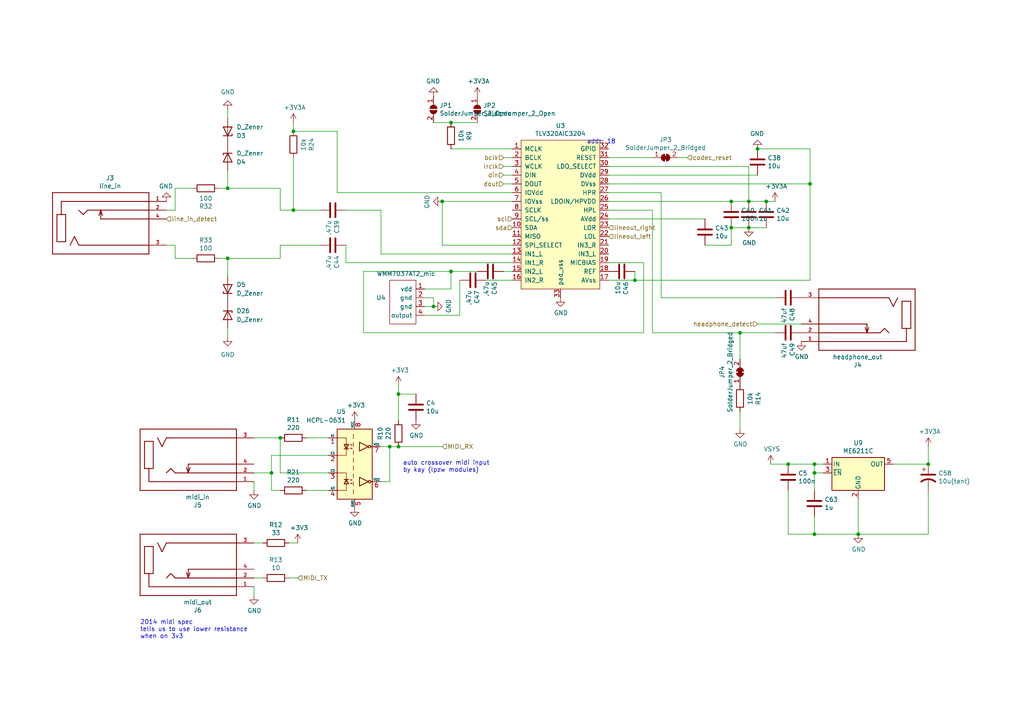
<source format=kicad_sch>
(kicad_sch (version 20231120) (generator "eeschema") (generator_version "8.0")
  (paper "A4")
  (title_block (title "Aud Calc") (date "2024-04-04") (rev "12") (company "Jonathan Brodsky") (comment 1 "Pocket Sound Calculator"))
  (lib_symbols
    (symbol "Device:C" (pin_numbers hide) (pin_names (offset 0.254))
      (property "Reference" "C" (at 0.635 2.54 0))
      (property "Value" "C" (at 0.635 -2.54 0))
      (symbol "C_0_1"
        (polyline (pts (xy -2.032 -0.762) (xy 2.032 -0.762)) (stroke (width 0.508)))
        (polyline (pts (xy -2.032 0.762) (xy 2.032 0.762)) (stroke (width 0.508)))
      )
      (symbol "C_1_1"
        (pin passive line (at 0 3.81 270) (length 2.794) (name "~") (number "1"))
        (pin passive line (at 0 -3.81 90) (length 2.794) (name "~") (number "2"))
      )
    )
    (symbol "Device:CP1" (pin_numbers hide) (pin_names (offset 0.254) hide)
      (property "Reference" "C" (at 0.635 2.54 0))
      (property "Value" "Device_CP1" (at 0.635 -2.54 0))
      (symbol "CP1_0_1"
        (polyline (pts (xy -2.032 0.762) (xy 2.032 0.762)) (stroke (width 0.508)))
        (polyline (pts (xy -1.778 2.286) (xy -0.762 2.286)))
        (polyline (pts (xy -1.27 1.778) (xy -1.27 2.794)))
        (arc (start 2.032 -1.27) (mid 0 -0.5572) (end -2.032 -1.27) (stroke (width 0.508)))
      )
      (symbol "CP1_1_1"
        (pin passive line (at 0 3.81 270) (length 2.794) (name "~") (number "1"))
        (pin passive line (at 0 -3.81 90) (length 3.302) (name "~") (number "2"))
      )
    )
    (symbol "Device:D_Zener" (pin_numbers hide) (pin_names (offset 1.016) hide)
      (property "Reference" "D" (at 0 2.54 0))
      (property "Value" "D_Zener" (at 0 -2.54 0))
      (symbol "D_Zener_0_1"
        (polyline (pts (xy 1.27 0) (xy -1.27 0)))
        (polyline (pts (xy -1.27 -1.27) (xy -1.27 1.27) (xy -0.762 1.27)) (stroke (width 0.254)))
        (polyline (pts (xy 1.27 -1.27) (xy 1.27 1.27) (xy -1.27 0) (xy 1.27 -1.27)) (stroke (width 0.254)))
      )
      (symbol "D_Zener_1_1"
        (pin passive line (at -3.81 0 0) (length 2.54) (name "K") (number "1"))
        (pin passive line (at 3.81 0 180) (length 2.54) (name "A") (number "2"))
      )
    )
    (symbol "Device:R" (pin_numbers hide) (pin_names (offset 0))
      (property "Reference" "R" (at 2.032 0 90))
      (property "Value" "R" (at 0 0 90))
      (symbol "R_0_1"
        (rectangle (start -1.016 -2.54) (end 1.016 2.54) (stroke (width 0.254)))
      )
      (symbol "R_1_1"
        (pin passive line (at 0 3.81 270) (length 1.27) (name "~") (number "1"))
        (pin passive line (at 0 -3.81 90) (length 1.27) (name "~") (number "2"))
      )
    )
    (symbol "Isolator:HCPL-0631" (pin_names (offset 0))
      (property "Reference" "U" (at -4.064 11.43 0))
      (property "Value" "HCPL-0631" (at 7.874 11.43 0))
      (symbol "HCPL-0631_0_1"
        (rectangle (start -5.08 10.16) (end 5.08 -10.16) (stroke (width 0.254)) (fill (type background)))
      )
      (symbol "HCPL-0631_1_1"
        (polyline (pts (xy -3.048 -4.445) (xy -1.778 -4.445)) (stroke (width 0.254)))
        (polyline (pts (xy -3.048 4.445) (xy -1.778 4.445)) (stroke (width 0.254)))
        (polyline (pts (xy -0.381 -7.366) (xy -0.381 -8.636)))
        (polyline (pts (xy -0.381 -5.08) (xy -0.381 -6.35)))
        (polyline (pts (xy -0.381 -2.794) (xy -0.381 -4.064)))
        (polyline (pts (xy -0.381 -0.508) (xy -0.381 -1.778)))
        (polyline (pts (xy -0.381 1.778) (xy -0.381 0.508)))
        (polyline (pts (xy -0.381 4.064) (xy -0.381 2.794)))
        (polyline (pts (xy -0.381 6.35) (xy -0.381 5.08)))
        (polyline (pts (xy -0.381 8.636) (xy -0.381 7.366)))
        (polyline (pts (xy 4.699 -5.08) (xy 5.207 -5.08)) (stroke (width 0.254)))
        (polyline (pts (xy 4.699 5.08) (xy 5.334 5.08)) (stroke (width 0.254)))
        (polyline (pts (xy -4.953 -7.62) (xy -2.413 -7.62) (xy -2.413 -5.715)))
        (polyline (pts (xy -4.953 7.62) (xy -2.413 7.62) (xy -2.413 4.318)))
        (polyline (pts (xy -2.413 -5.842) (xy -2.413 -2.54) (xy -4.953 -2.54)))
        (polyline (pts (xy -2.413 4.445) (xy -2.413 2.54) (xy -4.953 2.54)))
        (polyline (pts (xy -2.413 -4.445) (xy -3.048 -5.715) (xy -1.778 -5.715) (xy -2.413 -4.445)) (stroke (width 0.254)))
        (polyline (pts (xy -2.413 4.445) (xy -3.048 5.715) (xy -1.778 5.715) (xy -2.413 4.445)) (stroke (width 0.254)))
        (polyline (pts (xy 3.937 -5.08) (xy 1.397 -3.81) (xy 1.397 -6.35) (xy 3.937 -5.08)) (stroke (width 0.254)))
        (polyline (pts (xy 3.937 5.08) (xy 1.397 6.35) (xy 1.397 3.81) (xy 3.937 5.08)) (stroke (width 0.254)))
        (polyline (pts (xy -1.397 -5.588) (xy -0.635 -5.588) (xy -1.016 -5.715) (xy -1.016 -5.461) (xy -0.635 -5.588)) (stroke (width 0.127)))
        (polyline (pts (xy -1.397 -4.572) (xy -0.635 -4.572) (xy -1.016 -4.699) (xy -1.016 -4.445) (xy -0.635 -4.572)) (stroke (width 0.127)))
        (polyline (pts (xy -1.397 4.572) (xy -0.635 4.572) (xy -1.016 4.445) (xy -1.016 4.699) (xy -0.635 4.572)) (stroke (width 0.127)))
        (polyline (pts (xy -1.397 5.588) (xy -0.635 5.588) (xy -1.016 5.461) (xy -1.016 5.715) (xy -0.635 5.588)) (stroke (width 0.127)))
        (circle (center 4.318 -5.08) (radius 0.3556) (stroke (width 0.254)))
        (circle (center 4.318 5.08) (radius 0.3556) (stroke (width 0.254)))
        (pin passive line (at -7.62 7.62 0) (length 2.54) (name "A1") (number "1"))
        (pin passive line (at -7.62 2.54 0) (length 2.54) (name "C1") (number "2"))
        (pin passive line (at -7.62 -2.54 0) (length 2.54) (name "C2") (number "3"))
        (pin passive line (at -7.62 -7.62 0) (length 2.54) (name "A2") (number "4"))
        (pin power_in line (at 0 -12.7 90) (length 2.54) (name "GND") (number "5"))
        (pin open_collector line (at 7.62 -5.08 180) (length 2.54) (name "VO2") (number "6"))
        (pin open_collector line (at 7.62 5.08 180) (length 2.54) (name "VO1") (number "7"))
        (pin power_in line (at 0 12.7 270) (length 2.54) (name "VCC") (number "8"))
      )
    )
    (symbol "Jumper:SolderJumper_2_Bridged" (pin_names (offset 0) hide)
      (property "Reference" "JP" (at 0 2.032 0))
      (property "Value" "SolderJumper_2_Bridged" (at 0 -2.54 0))
      (symbol "SolderJumper_2_Bridged_0_1"
        (rectangle (start -0.508 0.508) (end 0.508 -0.508) (fill (type outline)))
        (arc (start -0.254 1.016) (mid -1.2655 0) (end -0.254 -1.016))
        (arc (start -0.254 1.016) (mid -1.2655 0) (end -0.254 -1.016) (fill (type outline)))
        (polyline (pts (xy -0.254 1.016) (xy -0.254 -1.016)))
        (polyline (pts (xy 0.254 1.016) (xy 0.254 -1.016)))
        (arc (start 0.254 -1.016) (mid 1.2655 0) (end 0.254 1.016))
        (arc (start 0.254 -1.016) (mid 1.2655 0) (end 0.254 1.016) (fill (type outline)))
      )
      (symbol "SolderJumper_2_Bridged_1_1"
        (pin passive line (at -3.81 0 0) (length 2.54) (name "A") (number "1"))
        (pin passive line (at 3.81 0 180) (length 2.54) (name "B") (number "2"))
      )
    )
    (symbol "Jumper:SolderJumper_2_Open" (pin_names (offset 0) hide)
      (property "Reference" "JP" (at 0 2.032 0))
      (property "Value" "SolderJumper_2_Open" (at 0 -2.54 0))
      (symbol "SolderJumper_2_Open_0_1"
        (arc (start -0.254 1.016) (mid -1.2655 0) (end -0.254 -1.016))
        (arc (start -0.254 1.016) (mid -1.2655 0) (end -0.254 -1.016) (fill (type outline)))
        (polyline (pts (xy -0.254 1.016) (xy -0.254 -1.016)))
        (polyline (pts (xy 0.254 1.016) (xy 0.254 -1.016)))
        (arc (start 0.254 -1.016) (mid 1.2655 0) (end 0.254 1.016))
        (arc (start 0.254 -1.016) (mid 1.2655 0) (end 0.254 1.016) (fill (type outline)))
      )
      (symbol "SolderJumper_2_Open_1_1"
        (pin passive line (at -3.81 0 0) (length 2.54) (name "A") (number "1"))
        (pin passive line (at 3.81 0 180) (length 2.54) (name "B") (number "2"))
      )
    )
    (symbol "VSYS_1" (power) (pin_names (offset 0))
      (property "Value" "VSYS_1" (at 0.381 4.3942 0))
      (symbol "VSYS_1_0_1"
        (polyline (pts (xy -0.762 1.27) (xy 0 2.54)))
        (polyline (pts (xy 0 0) (xy 0 2.54)))
        (polyline (pts (xy 0 2.54) (xy 0.762 1.27)))
      )
      (symbol "VSYS_1_1_1"
        (pin power_in line (at 0 0 90) (length 0) hide (name "VSYS") (number "1"))
      )
    )
    (symbol "customLibrary:+3V3A" (power) (pin_names (offset 0))
      (property "Value" "customLibrary_+3V3A" (at 0 3.556 0))
      (symbol "+3V3A_0_1"
        (polyline (pts (xy -0.762 1.27) (xy 0 2.54)))
        (polyline (pts (xy 0 0) (xy 0 2.54)))
        (polyline (pts (xy 0 2.54) (xy 0.762 1.27)))
      )
      (symbol "+3V3A_1_1"
        (pin power_in line (at 0 0 90) (length 0) hide (name "+3V3A") (number "1"))
      )
    )
    (symbol "customLibrary:AP3722AT_mic" (pin_names (offset 1.016))
      (property "Reference" "U" (at -3.81 6.35 0))
      (property "Value" "customLibrary_AP3722AT_mic" (at 0 -8.89 0))
      (symbol "AP3722AT_mic_0_1"
        (rectangle (start -3.81 5.08) (end 3.81 -7.62))
      )
      (symbol "AP3722AT_mic_1_1"
        (pin output line (at 6.35 2.54 180) (length 2.54) (name "vdd") (number "1"))
        (pin output line (at 6.35 0 180) (length 2.54) (name "gnd") (number "2"))
        (pin output line (at 6.35 -2.54 180) (length 2.54) (name "gnd") (number "3"))
        (pin output line (at 6.35 -5.08 180) (length 2.54) (name "output") (number "4"))
      )
    )
    (symbol "customLibrary:HRO-PJ-327C-A" (pin_names (offset 1.016) hide)
      (property "Reference" "J" (at -15.2654 10.1854 0))
      (property "Value" "customLibrary_HRO-PJ-327C-A" (at -15.2654 -10.1854 0))
      (symbol "HRO-PJ-327C-A_0_0"
        (polyline (pts (xy -15.24 -7.62) (xy 12.7 -7.62)) (stroke (width 0.254)))
        (polyline (pts (xy -15.24 10.16) (xy -15.24 -7.62)) (stroke (width 0.254)))
        (polyline (pts (xy -13.97 -4.064) (xy -13.97 3.81)) (stroke (width 0.254)))
        (polyline (pts (xy -13.97 3.81) (xy -12.7 3.81)) (stroke (width 0.254)))
        (polyline (pts (xy -12.7 3.81) (xy -11.43 3.81)) (stroke (width 0.254)))
        (polyline (pts (xy -12.7 7.62) (xy -12.7 3.81)) (stroke (width 0.254)))
        (polyline (pts (xy -12.7 7.62) (xy 12.7 7.62)) (stroke (width 0.254)))
        (polyline (pts (xy -11.43 -4.064) (xy -13.97 -4.064)) (stroke (width 0.254)))
        (polyline (pts (xy -11.43 3.81) (xy -11.43 -4.064)) (stroke (width 0.254)))
        (polyline (pts (xy -8.89 -2.54) (xy -10.16 -5.08)) (stroke (width 0.254)))
        (polyline (pts (xy -7.62 -5.08) (xy -8.89 -2.54)) (stroke (width 0.254)))
        (polyline (pts (xy -7.62 -5.08) (xy -5.08 -5.08)) (stroke (width 0.254)))
        (polyline (pts (xy -7.62 5.08) (xy -6.35 3.81)) (stroke (width 0.254)))
        (polyline (pts (xy -6.35 3.81) (xy -5.08 5.08)) (stroke (width 0.254)))
        (polyline (pts (xy -5.08 -5.08) (xy 12.7 -5.08)) (stroke (width 0.254)))
        (polyline (pts (xy -5.08 5.08) (xy 12.7 5.08)) (stroke (width 0.254)))
        (polyline (pts (xy -1.27 2.54) (xy -1.27 5.08)) (stroke (width 0.254)))
        (polyline (pts (xy -1.27 5.08) (xy -1.778 3.556)) (stroke (width 0.254)))
        (polyline (pts (xy -1.27 5.08) (xy -0.762 3.556)) (stroke (width 0.254)))
        (polyline (pts (xy 12.7 -7.62) (xy 12.7 -5.08)) (stroke (width 0.254)))
        (polyline (pts (xy 12.7 -5.08) (xy 12.7 -2.54)) (stroke (width 0.254)))
        (polyline (pts (xy 12.7 -2.54) (xy 12.7 0)) (stroke (width 0.254)))
        (polyline (pts (xy 12.7 0) (xy 12.7 10.16)) (stroke (width 0.254)))
        (polyline (pts (xy 12.7 10.16) (xy -15.24 10.16)) (stroke (width 0.254)))
        (pin passive line (at 17.78 7.62 180) (length 5.08) (name "SLEEVE") (number "1"))
        (pin passive line (at 17.78 5.08 180) (length 5.08) (name "TIP_1") (number "2"))
        (pin passive line (at 17.78 -5.08 180) (length 5.08) (name "RING") (number "3"))
        (pin passive line (at 17.78 2.54 180) (length 5.08) (name "TIP_SWITCH") (number "4"))
      )
      (symbol "HRO-PJ-327C-A_1_1"
        (polyline (pts (xy 12.7 2.54) (xy -1.27 2.54)) (stroke (width 0.254)))
      )
    )
    (symbol "customLibrary:ME6211C" (pin_names (offset 0.254))
      (property "Reference" "U" (at -6.35 5.715 0))
      (property "Value" "customLibrary_ME6211C" (at 0 5.715 0))
      (symbol "ME6211C_0_1"
        (rectangle (start -7.62 4.445) (end 7.62 -5.08) (stroke (width 0.254)) (fill (type background)))
      )
      (symbol "ME6211C_1_1"
        (pin power_in line (at -10.16 2.54 0) (length 2.54) (name "IN") (number "1"))
        (pin power_in line (at 0 -7.62 90) (length 2.54) (name "GND") (number "2"))
        (pin input line (at -10.16 0 0) (length 2.54) (name "~{EN}") (number "3"))
        (pin no_connect line (at 10.16 0 180) (length 2.54) hide (name "NC") (number "4"))
        (pin power_out line (at 10.16 2.54 180) (length 2.54) (name "OUT") (number "5"))
      )
    )
    (symbol "customLibrary:TLV320AIC3204" (pin_names (offset 1.016))
      (property "Reference" "U" (at -12.7 20.32 0))
      (property "Value" "customLibrary_TLV320AIC3204" (at 5.08 -27.94 0))
      (symbol "TLV320AIC3204_0_0"
        (pin input line (at -13.97 15.24 0) (length 2.54) (name "MCLK") (number "1"))
        (pin input line (at -13.97 -7.62 0) (length 2.54) (name "SDA") (number "10"))
        (pin output line (at -13.97 -10.16 0) (length 2.54) (name "MISO") (number "11"))
        (pin input line (at -13.97 -12.7 0) (length 2.54) (name "SPI_SELECT") (number "12"))
        (pin input line (at -13.97 -15.24 0) (length 2.54) (name "IN1_L") (number "13"))
        (pin input line (at -13.97 -17.78 0) (length 2.54) (name "IN1_R") (number "14"))
        (pin input line (at -13.97 -20.32 0) (length 2.54) (name "IN2_L") (number "15"))
        (pin input line (at -13.97 -22.86 0) (length 2.54) (name "IN2_R") (number "16"))
        (pin power_out line (at 13.97 -22.86 180) (length 2.54) (name "AVss") (number "17"))
        (pin output line (at 13.97 -20.32 180) (length 2.54) (name "REF") (number "18"))
        (pin output line (at 13.97 -17.78 180) (length 2.54) (name "MICBIAS") (number "19"))
        (pin bidirectional line (at -13.97 12.7 0) (length 2.54) (name "BCLK") (number "2"))
        (pin input line (at 13.97 -15.24 180) (length 2.54) (name "IN3_L") (number "20"))
        (pin input line (at 13.97 -12.7 180) (length 2.54) (name "IN3_R") (number "21"))
        (pin output line (at 13.97 -10.16 180) (length 2.54) (name "LOL") (number "22"))
        (pin output line (at 13.97 -7.62 180) (length 2.54) (name "LOR") (number "23"))
        (pin input line (at 13.97 -5.08 180) (length 2.54) (name "AVdd") (number "24"))
        (pin output line (at 13.97 -2.54 180) (length 2.54) (name "HPL") (number "25"))
        (pin input line (at 13.97 0 180) (length 2.54) (name "LDOIN/HPVDD") (number "26"))
        (pin output line (at 13.97 2.54 180) (length 2.54) (name "HPR") (number "27"))
        (pin power_out line (at 13.97 5.08 180) (length 2.54) (name "DVss") (number "28"))
        (pin power_in line (at 13.97 7.62 180) (length 2.54) (name "DVdd") (number "29"))
        (pin bidirectional line (at -13.97 10.16 0) (length 2.54) (name "WCLK") (number "3"))
        (pin input line (at 13.97 10.16 180) (length 2.54) (name "LDO_SELECT") (number "30"))
        (pin input line (at 13.97 12.7 180) (length 2.54) (name "RESET") (number "31"))
        (pin input line (at 13.97 15.24 180) (length 2.54) (name "GPIO") (number "32"))
        (pin input line (at -13.97 7.62 0) (length 2.54) (name "DIN") (number "4"))
        (pin output line (at -13.97 5.08 0) (length 2.54) (name "DOUT") (number "5"))
        (pin power_in line (at -13.97 2.54 0) (length 2.54) (name "IOVdd") (number "6"))
        (pin power_out line (at -13.97 0 0) (length 2.54) (name "IOVss") (number "7"))
        (pin input line (at -13.97 -2.54 0) (length 2.54) (name "SCLK") (number "8"))
        (pin input line (at -13.97 -5.08 0) (length 2.54) (name "SCL/ss") (number "9"))
      )
      (symbol "TLV320AIC3204_0_1"
        (rectangle (start -11.43 17.78) (end 11.43 -25.4) (fill (type background)))
      )
      (symbol "TLV320AIC3204_1_1"
        (pin power_out line (at 0 -27.94 90) (length 2.54) (name "pad_vss") (number "33"))
      )
    )
    (symbol "power:+3.3V" (power) (pin_names (offset 0))
      (property "Value" "+3.3V" (at 0 3.556 0))
      (symbol "+3.3V_0_1"
        (polyline (pts (xy -0.762 1.27) (xy 0 2.54)))
        (polyline (pts (xy 0 0) (xy 0 2.54)))
        (polyline (pts (xy 0 2.54) (xy 0.762 1.27)))
      )
      (symbol "+3.3V_1_1"
        (pin power_in line (at 0 0 90) (length 0) hide (name "+3V3") (number "1"))
      )
    )
    (symbol "power:GND" (power) (pin_names (offset 0))
      (property "Value" "GND" (at 0 -3.81 0))
      (symbol "GND_0_1"
        (polyline (pts (xy 0 0) (xy 0 -1.27) (xy 1.27 -1.27) (xy 0 -2.54) (xy -1.27 -1.27) (xy 0 -1.27)))
      )
      (symbol "GND_1_1"
        (pin power_in line (at 0 0 270) (length 0) hide (name "GND") (number "1"))
      )
    )
  )
  (junction (at 66.04 74.93))
  (junction (at 184.15 81.28))
  (junction (at 85.09 38.1))
  (junction (at 214.63 96.52))
  (junction (at 228.6 134.62))
  (junction (at 115.57 129.54))
  (junction (at 269.24 134.62))
  (junction (at 81.28 127))
  (junction (at 78.74 137.16))
  (junction (at 128.27 58.42))
  (junction (at 85.09 60.96))
  (junction (at 130.81 35.56))
  (junction (at 125.73 88.9))
  (junction (at 212.09 58.42))
  (junction (at 219.71 43.18))
  (junction (at 115.57 114.3))
  (junction (at 236.22 134.62))
  (junction (at 222.25 58.42))
  (junction (at 217.17 66.04))
  (junction (at 217.17 58.42))
  (junction (at 212.09 66.04))
  (junction (at 113.03 129.54))
  (junction (at 234.95 53.34))
  (junction (at 66.04 54.61))
  (junction (at 236.22 154.94))
  (junction (at 130.81 78.74))
  (junction (at 236.22 137.16))
  (junction (at 248.92 154.94))
  (wire (pts (xy 234.95 81.28) (xy 234.95 53.34)))
  (wire (pts (xy 146.05 50.8) (xy 148.59 50.8)))
  (wire (pts (xy 234.95 43.18) (xy 219.71 43.18)))
  (wire (pts (xy 115.57 114.3) (xy 115.57 121.92)))
  (wire (pts (xy 73.66 127) (xy 81.28 127)))
  (wire (pts (xy 81.28 74.93) (xy 81.28 71.12)))
  (wire (pts (xy 83.82 157.48) (xy 86.36 157.48)))
  (wire (pts (xy 184.15 81.28) (xy 234.95 81.28)))
  (wire (pts (xy 238.76 137.16) (xy 236.22 137.16)))
  (wire (pts (xy 176.53 55.88) (xy 191.77 55.88)))
  (wire (pts (xy 214.63 119.38) (xy 214.63 124.46)))
  (wire (pts (xy 81.28 127) (xy 81.28 137.16)))
  (wire (pts (xy 73.66 170.18) (xy 73.66 172.72)))
  (wire (pts (xy 189.23 60.96) (xy 189.23 96.52)))
  (wire (pts (xy 125.73 86.36) (xy 125.73 88.9)))
  (wire (pts (xy 236.22 137.16) (xy 236.22 134.62)))
  (wire (pts (xy 113.03 139.7) (xy 110.49 139.7)))
  (wire (pts (xy 115.57 114.3) (xy 115.57 111.76)))
  (wire (pts (xy 140.97 81.28) (xy 148.59 81.28)))
  (wire (pts (xy 217.17 58.42) (xy 222.25 58.42)))
  (wire (pts (xy 148.59 78.74) (xy 146.05 78.74)))
  (wire (pts (xy 115.57 129.54) (xy 128.27 129.54)))
  (wire (pts (xy 50.8 71.12) (xy 50.8 74.93)))
  (wire (pts (xy 234.95 53.34) (xy 234.95 43.18)))
  (wire (pts (xy 100.33 76.2) (xy 148.59 76.2)))
  (wire (pts (xy 212.09 71.12) (xy 212.09 66.04)))
  (wire (pts (xy 73.66 137.16) (xy 78.74 137.16)))
  (wire (pts (xy 78.74 137.16) (xy 78.74 142.24)))
  (wire (pts (xy 123.19 86.36) (xy 125.73 86.36)))
  (wire (pts (xy 97.79 55.88) (xy 97.79 38.1)))
  (wire (pts (xy 81.28 54.61) (xy 81.28 60.96)))
  (wire (pts (xy 223.52 134.62) (xy 228.6 134.62)))
  (wire (pts (xy 189.23 96.52) (xy 214.63 96.52)))
  (wire (pts (xy 148.59 45.72) (xy 146.05 45.72)))
  (wire (pts (xy 115.57 114.3) (xy 120.65 114.3)))
  (wire (pts (xy 125.73 35.56) (xy 130.81 35.56)))
  (wire (pts (xy 66.04 74.93) (xy 66.04 80.01)))
  (wire (pts (xy 97.79 38.1) (xy 85.09 38.1)))
  (wire (pts (xy 191.77 86.36) (xy 224.79 86.36)))
  (wire (pts (xy 176.53 48.26) (xy 217.17 48.26)))
  (wire (pts (xy 113.03 129.54) (xy 113.03 139.7)))
  (wire (pts (xy 269.24 129.54) (xy 269.24 134.62)))
  (wire (pts (xy 115.57 129.54) (xy 113.03 129.54)))
  (wire (pts (xy 73.66 157.48) (xy 76.2 157.48)))
  (wire (pts (xy 176.53 50.8) (xy 219.71 50.8)))
  (wire (pts (xy 176.53 76.2) (xy 186.69 76.2)))
  (wire (pts (xy 217.17 48.26) (xy 217.17 58.42)))
  (wire (pts (xy 50.8 54.61) (xy 50.8 60.96)))
  (wire (pts (xy 191.77 55.88) (xy 191.77 86.36)))
  (wire (pts (xy 97.79 55.88) (xy 148.59 55.88)))
  (wire (pts (xy 217.17 66.04) (xy 222.25 66.04)))
  (wire (pts (xy 110.49 60.96) (xy 110.49 73.66)))
  (wire (pts (xy 88.9 142.24) (xy 95.25 142.24)))
  (wire (pts (xy 236.22 149.86) (xy 236.22 154.94)))
  (wire (pts (xy 130.81 78.74) (xy 105.41 78.74)))
  (wire (pts (xy 212.09 58.42) (xy 217.17 58.42)))
  (wire (pts (xy 133.35 91.44) (xy 133.35 81.28)))
  (wire (pts (xy 148.59 58.42) (xy 128.27 58.42)))
  (wire (pts (xy 50.8 54.61) (xy 55.88 54.61)))
  (wire (pts (xy 214.63 96.52) (xy 224.79 96.52)))
  (wire (pts (xy 214.63 104.14) (xy 214.63 96.52)))
  (wire (pts (xy 148.59 53.34) (xy 146.05 53.34)))
  (wire (pts (xy 228.6 134.62) (xy 236.22 134.62)))
  (wire (pts (xy 130.81 35.56) (xy 138.43 35.56)))
  (wire (pts (xy 105.41 96.52) (xy 186.69 96.52)))
  (wire (pts (xy 50.8 74.93) (xy 55.88 74.93)))
  (wire (pts (xy 100.33 71.12) (xy 100.33 76.2)))
  (wire (pts (xy 184.15 78.74) (xy 184.15 81.28)))
  (wire (pts (xy 66.04 74.93) (xy 81.28 74.93)))
  (wire (pts (xy 130.81 78.74) (xy 138.43 78.74)))
  (wire (pts (xy 269.24 154.94) (xy 248.92 154.94)))
  (wire (pts (xy 105.41 78.74) (xy 105.41 96.52)))
  (wire (pts (xy 148.59 48.26) (xy 146.05 48.26)))
  (wire (pts (xy 85.09 38.1) (xy 85.09 35.56)))
  (wire (pts (xy 176.53 53.34) (xy 234.95 53.34)))
  (wire (pts (xy 123.19 83.82) (xy 130.81 83.82)))
  (wire (pts (xy 85.09 45.72) (xy 85.09 60.96)))
  (wire (pts (xy 219.71 93.98) (xy 232.41 93.98)))
  (wire (pts (xy 176.53 60.96) (xy 189.23 60.96)))
  (wire (pts (xy 176.53 45.72) (xy 189.23 45.72)))
  (wire (pts (xy 128.27 58.42) (xy 128.27 71.12)))
  (wire (pts (xy 48.26 71.12) (xy 50.8 71.12)))
  (wire (pts (xy 73.66 139.7) (xy 73.66 142.24)))
  (wire (pts (xy 228.6 142.24) (xy 228.6 154.94)))
  (wire (pts (xy 110.49 129.54) (xy 113.03 129.54)))
  (wire (pts (xy 66.04 54.61) (xy 66.04 49.53)))
  (wire (pts (xy 66.04 95.25) (xy 66.04 97.79)))
  (wire (pts (xy 73.66 167.64) (xy 76.2 167.64)))
  (wire (pts (xy 78.74 142.24) (xy 81.28 142.24)))
  (wire (pts (xy 130.81 43.18) (xy 148.59 43.18)))
  (wire (pts (xy 176.53 81.28) (xy 184.15 81.28)))
  (wire (pts (xy 110.49 73.66) (xy 148.59 73.66)))
  (wire (pts (xy 78.74 132.08) (xy 78.74 137.16)))
  (wire (pts (xy 66.04 54.61) (xy 81.28 54.61)))
  (wire (pts (xy 236.22 134.62) (xy 238.76 134.62)))
  (wire (pts (xy 199.39 45.72) (xy 196.85 45.72)))
  (wire (pts (xy 48.26 60.96) (xy 50.8 60.96)))
  (wire (pts (xy 81.28 60.96) (xy 85.09 60.96)))
  (wire (pts (xy 269.24 142.24) (xy 269.24 154.94)))
  (wire (pts (xy 259.08 134.62) (xy 269.24 134.62)))
  (wire (pts (xy 81.28 71.12) (xy 92.71 71.12)))
  (wire (pts (xy 248.92 144.78) (xy 248.92 154.94)))
  (wire (pts (xy 66.04 34.29) (xy 66.04 31.75)))
  (wire (pts (xy 63.5 74.93) (xy 66.04 74.93)))
  (wire (pts (xy 83.82 167.64) (xy 86.36 167.64)))
  (wire (pts (xy 186.69 76.2) (xy 186.69 96.52)))
  (wire (pts (xy 228.6 154.94) (xy 236.22 154.94)))
  (wire (pts (xy 123.19 91.44) (xy 133.35 91.44)))
  (wire (pts (xy 123.19 88.9) (xy 125.73 88.9)))
  (wire (pts (xy 176.53 58.42) (xy 212.09 58.42)))
  (wire (pts (xy 176.53 63.5) (xy 204.47 63.5)))
  (wire (pts (xy 148.59 71.12) (xy 128.27 71.12)))
  (wire (pts (xy 88.9 127) (xy 95.25 127)))
  (wire (pts (xy 63.5 54.61) (xy 66.04 54.61)))
  (wire (pts (xy 130.81 78.74) (xy 130.81 83.82)))
  (wire (pts (xy 85.09 60.96) (xy 92.71 60.96)))
  (wire (pts (xy 95.25 132.08) (xy 78.74 132.08)))
  (wire (pts (xy 204.47 71.12) (xy 212.09 71.12)))
  (wire (pts (xy 236.22 137.16) (xy 236.22 142.24)))
  (wire (pts (xy 236.22 154.94) (xy 248.92 154.94)))
  (wire (pts (xy 212.09 66.04) (xy 217.17 66.04)))
  (wire (pts (xy 100.33 60.96) (xy 110.49 60.96)))
  (wire (pts (xy 81.28 137.16) (xy 95.25 137.16)))
  (wire (pts (xy 222.25 58.42) (xy 224.79 58.42)))
  (text "2014 midi spec\ntells us to use lower resistance\nwhen on 3v3" (at 40.64 185.42 0) (effects (font (size 1.27 1.27)) (justify left bottom)))
  (text "addr: 18" (at 170.18 41.91 0) (effects (font (size 1.27 1.27)) (justify left bottom)))
  (text "auto crossover midi input\nby kay (lpzw modules)" (at 116.84 137.16 0) (effects (font (size 1.27 1.27)) (justify left bottom)))
  (hierarchical_label "sda" (shape input) (at 148.59 66.04 180))
  (hierarchical_label "bclk" (shape input) (at 146.05 45.72 180))
  (hierarchical_label "scl" (shape input) (at 148.59 63.5 180))
  (hierarchical_label "headphone_detect" (shape input) (at 219.71 93.98 180))
  (hierarchical_label "lineout_left" (shape input) (at 176.53 68.58 0))
  (hierarchical_label "MIDI_TX" (shape input) (at 86.36 167.64 0))
  (hierarchical_label "lrclk" (shape input) (at 146.05 48.26 180))
  (hierarchical_label "MIDI_RX" (shape input) (at 128.27 129.54 0))
  (hierarchical_label "codec_reset" (shape input) (at 199.39 45.72 0))
  (hierarchical_label "din" (shape input) (at 146.05 50.8 180))
  (hierarchical_label "dout" (shape input) (at 146.05 53.34 180))
  (hierarchical_label "lineout_right" (shape input) (at 176.53 66.04 0))
  (hierarchical_label "line_in_detect" (shape input) (at 48.26 63.5 0))
  (symbol (lib_id "customLibrary:AP3722AT_mic") (at 116.84 86.36 0) (unit 1)
    (property "Reference" "U4" (at 110.49 86.36 0))
    (property "Value" "WMM7037AT2_mic" (at 117.7798 79.4004 0))
    (property "Footprint" "MyLibrary:LGA-4(3x3.8)" (effects (hide yes)))
    (property "LCSC" "C140705" (effects (hide yes)))
    (property "checked" "1" (effects (hide yes)))
  )
  (symbol (lib_id "Device:R") (at 85.09 41.91 180) (unit 1)
    (property "Reference" "R24" (at 90.3478 41.91 90))
    (property "Value" "10k" (at 88.0364 41.91 90))
    (property "Footprint" "Resistor_SMD:R_0402_1005Metric" (effects (hide yes)))
    (property "LCSC" "C25744" (effects (hide yes)))
    (property "checked" "1" (effects (hide yes)))
  )
  (symbol (lib_id "Device:R") (at 130.81 39.37 180) (unit 1)
    (property "Reference" "R9" (at 136.0678 39.37 90))
    (property "Value" "10k" (at 133.7564 39.37 90))
    (property "Footprint" "Resistor_SMD:R_0402_1005Metric" (effects (hide yes)))
    (property "LCSC" "C25744" (effects (hide yes)))
    (property "checked" "1" (effects (hide yes)))
  )
  (symbol (lib_id "Jumper:SolderJumper_2_Open") (at 138.43 31.75 270) (unit 1)
    (property "Reference" "JP2" (at 140.1572 30.5816 90) (effects (justify left)))
    (property "Value" "SolderJumper_2_Open" (at 140.1572 32.893 90) (effects (justify left)))
    (property "Footprint" "Jumper:SolderJumper-2_P1.3mm_Open_RoundedPad1.0x1.5mm" (effects (hide yes)))
  )
  (symbol (lib_id "Jumper:SolderJumper_2_Open") (at 125.73 31.75 270) (unit 1)
    (property "Reference" "JP1" (at 127.4572 30.5816 90) (effects (justify left)))
    (property "Value" "SolderJumper_2_Open" (at 127.4572 32.893 90) (effects (justify left)))
    (property "Footprint" "Jumper:SolderJumper-2_P1.3mm_Open_RoundedPad1.0x1.5mm" (effects (hide yes)))
  )
  (symbol (lib_id "power:GND") (at 125.73 27.94 180) (unit 1)
    (property "Reference" "#PWR0107" (effects (hide yes)))
    (property "Value" "GND" (at 125.603 23.5458 0))
  )
  (symbol (lib_id "Jumper:SolderJumper_2_Bridged") (at 214.63 107.95 90) (unit 1)
    (property "Reference" "JP4" (at 209.423 107.95 0))
    (property "Value" "SolderJumper_2_Bridged" (at 211.7344 107.95 0))
    (property "Footprint" "Jumper:SolderJumper-2_P1.3mm_Bridged_Pad1.0x1.5mm" (effects (hide yes)))
  )
  (symbol (lib_id "Device:R") (at 214.63 115.57 180) (unit 1)
    (property "Reference" "R14" (at 219.8878 115.57 90))
    (property "Value" "10k" (at 217.5764 115.57 90))
    (property "Footprint" "Resistor_SMD:R_0402_1005Metric" (effects (hide yes)))
    (property "LCSC" "C25744" (effects (hide yes)))
    (property "checked" "1" (effects (hide yes)))
  )
  (symbol (lib_id "Jumper:SolderJumper_2_Bridged") (at 193.04 45.72 0) (unit 1)
    (property "Reference" "JP3" (at 193.04 40.513 0))
    (property "Value" "SolderJumper_2_Bridged" (at 193.04 42.8244 0))
    (property "Footprint" "Jumper:SolderJumper-2_P1.3mm_Bridged_Pad1.0x1.5mm" (effects (hide yes)))
  )
  (symbol (lib_id "customLibrary:+3V3A") (at 269.24 129.54 0) (unit 1)
    (property "Reference" "#PWR0112" (effects (hide yes)))
    (property "Value" "+3V3A" (at 269.621 125.1458 0))
  )
  (symbol (lib_id "customLibrary:+3V3A") (at 85.09 35.56 0) (unit 1)
    (property "Reference" "#PWR0113" (effects (hide yes)))
    (property "Value" "+3V3A" (at 85.471 31.1658 0))
  )
  (symbol (lib_id "customLibrary:+3V3A") (at 138.43 27.94 0) (unit 1)
    (property "Reference" "#PWR0116" (effects (hide yes)))
    (property "Value" "+3V3A" (at 138.811 23.5458 0))
  )
  (symbol (lib_id "customLibrary:+3V3A") (at 224.79 58.42 0) (unit 1)
    (property "Reference" "#PWR0117" (effects (hide yes)))
    (property "Value" "+3V3A" (at 225.171 54.0258 0))
  )
  (symbol (lib_id "Device:C") (at 228.6 138.43 0) (unit 1)
    (property "Reference" "C5" (at 231.521 137.2616 0) (effects (justify left)))
    (property "Value" "100n" (at 231.521 139.573 0) (effects (justify left)))
    (property "Footprint" "Capacitor_SMD:C_0402_1005Metric" (effects (hide yes)))
    (property "LCSC" "C307331" (effects (hide yes)))
    (property "checked" "1" (effects (hide yes)))
  )
  (symbol (lib_id "Device:CP1") (at 269.24 138.43 0) (unit 1)
    (property "Reference" "C58" (at 272.161 137.2616 0) (effects (justify left)))
    (property "Value" "10u(tant)" (at 272.161 139.573 0) (effects (justify left)))
    (property "Footprint" "Capacitors_Tantalum_SMD:CP_Tantalum_Case-A_EIA-3216-18_Reflow" (effects (hide yes)))
    (property "LCSC" "C7171" (effects (hide yes)))
    (property "checked" "1" (effects (hide yes)))
  )
  (symbol (lib_id "power:GND") (at 248.92 154.94 0) (unit 1)
    (property "Reference" "#PWR0110" (effects (hide yes)))
    (property "Value" "GND" (at 249.047 159.3342 0))
  )
  (symbol (lib_id "customLibrary:ME6211C") (at 248.92 137.16 0) (unit 1)
    (property "Reference" "U9" (at 248.92 128.4732 0))
    (property "Value" "ME6211C" (at 248.92 130.7846 0))
    (property "Footprint" "TO_SOT_Packages_SMD:SOT-23-5" (effects (hide yes)))
    (property "Datasheet" "http://www.ti.com/lit/ds/symlink/tps769.pdf" (effects (hide yes)))
    (property "LCSC" "C82942" (effects (hide yes)))
    (property "checked" "1" (effects (hide yes)))
  )
  (symbol (lib_id "Device:C") (at 236.22 146.05 0) (unit 1)
    (property "Reference" "C63" (at 239.141 144.8816 0) (effects (justify left)))
    (property "Value" "1u" (at 239.141 147.193 0) (effects (justify left)))
    (property "Footprint" "Capacitor_SMD:C_0402_1005Metric" (effects (hide yes)))
    (property "LCSC" "C52923" (effects (hide yes)))
    (property "checked" "1" (effects (hide yes)))
  )
  (symbol (lib_id "Device:C") (at 222.25 62.23 0) (unit 1)
    (property "Reference" "C42" (at 225.171 61.0616 0) (effects (justify left)))
    (property "Value" "10u" (at 225.171 63.373 0) (effects (justify left)))
    (property "Footprint" "Capacitor_SMD:C_0402_1005Metric" (effects (hide yes)))
    (property "LCSC" "C15525" (effects (hide yes)))
    (property "checked" "1" (effects (hide yes)))
  )
  (symbol (lib_id "customLibrary:HRO-PJ-327C-A") (at 250.19 91.44 180) (unit 1)
    (property "Reference" "J4" (at 248.7422 105.8418 0))
    (property "Value" "headphone_out" (at 248.7422 103.5304 0))
    (property "Footprint" "RandomJunk:HRO-PJ-327C-A" (effects (hide yes)))
  )
  (symbol (lib_id "power:GND") (at 128.27 58.42 270) (unit 1)
    (property "Reference" "#PWR026" (effects (hide yes)))
    (property "Value" "GND" (at 123.8758 58.547 0))
  )
  (symbol (lib_id "customLibrary:TLV320AIC3204") (at 162.56 58.42 0) (unit 1)
    (property "Reference" "U3" (at 162.56 36.449 0))
    (property "Value" "TLV320AIC3204" (at 162.56 38.7604 0))
    (property "Footprint" "Housings_DFN_QFN:QFN-32-1EP_5x5mm_Pitch0.5mm" (effects (hide yes)))
    (property "LCSC" "C9925" (effects (hide yes)))
    (property "checked" "1" (effects (hide yes)))
  )
  (symbol (lib_id "Device:C") (at 217.17 62.23 0) (unit 1)
    (property "Reference" "C41" (at 220.091 61.0616 0) (effects (justify left)))
    (property "Value" "1u" (at 220.091 63.373 0) (effects (justify left)))
    (property "Footprint" "Capacitor_SMD:C_0402_1005Metric" (effects (hide yes)))
    (property "LCSC" "C52923" (effects (hide yes)))
    (property "checked" "1" (effects (hide yes)))
  )
  (symbol (lib_id "Device:C") (at 212.09 62.23 0) (unit 1)
    (property "Reference" "C40" (at 215.011 61.0616 0) (effects (justify left)))
    (property "Value" "100n" (at 215.011 63.373 0) (effects (justify left)))
    (property "Footprint" "Capacitor_SMD:C_0402_1005Metric" (effects (hide yes)))
    (property "LCSC" "C307331" (effects (hide yes)))
    (property "checked" "1" (effects (hide yes)))
  )
  (symbol (lib_id "power:GND") (at 217.17 66.04 0) (unit 1)
    (property "Reference" "#PWR028" (effects (hide yes)))
    (property "Value" "GND" (at 217.297 70.4342 0))
  )
  (symbol (lib_id "Device:C") (at 219.71 46.99 0) (unit 1)
    (property "Reference" "C38" (at 222.631 45.8216 0) (effects (justify left)))
    (property "Value" "10u" (at 222.631 48.133 0) (effects (justify left)))
    (property "Footprint" "Capacitor_SMD:C_0402_1005Metric" (effects (hide yes)))
    (property "LCSC" "C15525" (effects (hide yes)))
    (property "checked" "1" (effects (hide yes)))
  )
  (symbol (lib_id "Device:C") (at 204.47 67.31 0) (unit 1)
    (property "Reference" "C43" (at 207.391 66.1416 0) (effects (justify left)))
    (property "Value" "10u" (at 207.391 68.453 0) (effects (justify left)))
    (property "Footprint" "Capacitor_SMD:C_0402_1005Metric" (effects (hide yes)))
    (property "LCSC" "C15525" (effects (hide yes)))
    (property "checked" "1" (effects (hide yes)))
  )
  (symbol (lib_id "power:GND") (at 219.71 43.18 180) (unit 1)
    (property "Reference" "#PWR023" (effects (hide yes)))
    (property "Value" "GND" (at 219.583 38.7858 0))
  )
  (symbol (lib_id "Device:C") (at 180.34 78.74 270) (unit 1)
    (property "Reference" "C46" (at 181.5084 81.661 0) (effects (justify left)))
    (property "Value" "10u" (at 179.197 81.661 0) (effects (justify left)))
    (property "Footprint" "Capacitor_SMD:C_0402_1005Metric" (effects (hide yes)))
    (property "LCSC" "C15525" (effects (hide yes)))
    (property "checked" "1" (effects (hide yes)))
  )
  (symbol (lib_id "Device:C") (at 228.6 86.36 270) (unit 1)
    (property "Reference" "C48" (at 229.7684 89.281 0) (effects (justify left)))
    (property "Value" "47uf" (at 227.457 89.281 0) (effects (justify left)))
    (property "Footprint" "Capacitors_SMD:C_1206" (effects (hide yes)))
    (property "LCSC" "C96123" (effects (hide yes)))
    (property "checked" "1" (effects (hide yes)))
  )
  (symbol (lib_id "Device:C") (at 228.6 96.52 270) (unit 1)
    (property "Reference" "C49" (at 229.7684 99.441 0) (effects (justify left)))
    (property "Value" "47uf" (at 227.457 99.441 0) (effects (justify left)))
    (property "Footprint" "Capacitors_SMD:C_1206" (effects (hide yes)))
    (property "LCSC" "C96123" (effects (hide yes)))
    (property "checked" "1" (effects (hide yes)))
  )
  (symbol (lib_id "power:GND") (at 232.41 99.06 0) (unit 1)
    (property "Reference" "#PWR031" (effects (hide yes)))
    (property "Value" "GND" (at 232.537 103.4542 0))
  )
  (symbol (lib_id "Device:C") (at 142.24 78.74 270) (unit 1)
    (property "Reference" "C45" (at 143.4084 81.661 0) (effects (justify left)))
    (property "Value" ".47u" (at 141.097 81.661 0) (effects (justify left)))
    (property "Footprint" "RandomJunk:C_0603_nosilk" (effects (hide yes)))
    (property "LCSC" "C1623" (effects (hide yes)))
    (property "checked" "1" (effects (hide yes)))
  )
  (symbol (lib_id "Device:C") (at 137.16 81.28 270) (unit 1)
    (property "Reference" "C47" (at 138.3284 84.201 0) (effects (justify left)))
    (property "Value" ".47u" (at 136.017 84.201 0) (effects (justify left)))
    (property "Footprint" "RandomJunk:C_0603_nosilk" (effects (hide yes)))
    (property "LCSC" "C1623" (effects (hide yes)))
    (property "checked" "1" (effects (hide yes)))
  )
  (symbol (lib_id "Device:C") (at 96.52 60.96 270) (unit 1)
    (property "Reference" "C39" (at 97.6884 63.881 0) (effects (justify left)))
    (property "Value" ".47u" (at 95.377 63.881 0) (effects (justify left)))
    (property "Footprint" "RandomJunk:C_0603_nosilk" (effects (hide yes)))
    (property "LCSC" "C1623" (effects (hide yes)))
    (property "checked" "1" (effects (hide yes)))
  )
  (symbol (lib_id "Device:C") (at 96.52 71.12 270) (unit 1)
    (property "Reference" "C44" (at 97.6884 74.041 0) (effects (justify left)))
    (property "Value" ".47u" (at 95.377 74.041 0) (effects (justify left)))
    (property "Footprint" "RandomJunk:C_0603_nosilk" (effects (hide yes)))
    (property "LCSC" "C1623" (effects (hide yes)))
    (property "checked" "1" (effects (hide yes)))
  )
  (symbol (lib_id "customLibrary:HRO-PJ-327C-A") (at 30.48 66.04 0) (unit 1)
    (property "Reference" "J3" (at 31.9278 51.6382 0))
    (property "Value" "line_in" (at 31.9278 53.9496 0))
    (property "Footprint" "RandomJunk:HRO-PJ-327C-A" (effects (hide yes)))
  )
  (symbol (lib_id "power:GND") (at 48.26 58.42 180) (unit 1)
    (property "Reference" "#PWR025" (effects (hide yes)))
    (property "Value" "GND" (at 48.133 54.0258 0))
  )
  (symbol (lib_id "power:GND") (at 162.56 86.36 0) (unit 1)
    (property "Reference" "#PWR030" (effects (hide yes)))
    (property "Value" "GND" (at 162.687 90.7542 0))
  )
  (symbol (lib_id "power:GND") (at 125.73 88.9 90) (unit 1)
    (property "Reference" "#PWR029" (effects (hide yes)))
    (property "Value" "GND" (at 130.1242 88.773 0))
  )
  (symbol (lib_id "customLibrary:HRO-PJ-327C-A") (at 55.88 132.08 0) (mirror x) (unit 1)
    (property "Reference" "J5" (at 57.3278 146.4818 0))
    (property "Value" "midi_in" (at 57.3278 144.1704 0))
    (property "Footprint" "RandomJunk:HRO-PJ-327C-A" (effects (hide yes)))
  )
  (symbol (lib_id "customLibrary:HRO-PJ-327C-A") (at 55.88 162.56 0) (mirror x) (unit 1)
    (property "Reference" "J6" (at 57.3278 176.9618 0))
    (property "Value" "midi_out" (at 57.3278 174.6504 0))
    (property "Footprint" "RandomJunk:HRO-PJ-327C-A" (effects (hide yes)))
  )
  (symbol (lib_id "Device:R") (at 80.01 167.64 270) (unit 1)
    (property "Reference" "R13" (at 80.01 162.3822 90))
    (property "Value" "10" (at 80.01 164.6936 90))
    (property "Footprint" "Resistor_SMD:R_0402_1005Metric" (effects (hide yes)))
    (property "LCSC" "C25077" (effects (hide yes)))
    (property "checked" "1" (effects (hide yes)))
  )
  (symbol (lib_id "power:+3.3V") (at 86.36 157.48 0) (unit 1)
    (property "Reference" "#PWR036" (effects (hide yes)))
    (property "Value" "+3V3" (at 86.741 153.0858 0))
  )
  (symbol (lib_id "Device:R") (at 80.01 157.48 270) (unit 1)
    (property "Reference" "R12" (at 80.01 152.2222 90))
    (property "Value" "33" (at 80.01 154.5336 90))
    (property "Footprint" "Resistor_SMD:R_0402_1005Metric" (effects (hide yes)))
    (property "LCSC" "C25105" (effects (hide yes)))
    (property "checked" "1" (effects (hide yes)))
  )
  (symbol (lib_id "power:GND") (at 73.66 142.24 0) (unit 1)
    (property "Reference" "#PWR034" (effects (hide yes)))
    (property "Value" "GND" (at 73.787 146.6342 0))
  )
  (symbol (lib_id "power:GND") (at 73.66 172.72 0) (unit 1)
    (property "Reference" "#PWR037" (effects (hide yes)))
    (property "Value" "GND" (at 73.787 177.1142 0))
  )
  (symbol (lib_id "power:GND") (at 66.04 97.79 0) (unit 1)
    (property "Reference" "#PWR0114" (effects (hide yes)))
    (property "Value" "GND" (at 66.04 102.87 0))
  )
  (symbol (lib_id "Device:R") (at 85.09 127 90) (mirror x) (unit 1)
    (property "Reference" "R11" (at 85.09 121.7422 90))
    (property "Value" "220" (at 85.09 124.0536 90))
    (property "Footprint" "Resistor_SMD:R_0402_1005Metric" (effects (hide yes)))
    (property "LCSC" "C25091" (effects (hide yes)))
    (property "checked" "1" (effects (hide yes)))
  )
  (symbol (lib_id "power:GND") (at 66.04 31.75 0) (mirror x) (unit 1)
    (property "Reference" "#PWR0115" (effects (hide yes)))
    (property "Value" "GND" (at 66.04 26.67 0))
  )
  (symbol (lib_id "Device:D_Zener") (at 66.04 45.72 90) (mirror x) (unit 1)
    (property "Reference" "D4" (at 68.58 46.9901 90) (effects (justify right)))
    (property "Value" "D_Zener" (at 68.58 44.4501 90) (effects (justify right)))
    (property "Footprint" "Diode_SMD:D_SOD-323F" (effects (hide yes)))
    (property "LCSC" "C52056" (effects (hide yes)))
    (property "checked" "1" (effects (hide yes)))
  )
  (symbol (lib_id "Device:R") (at 59.69 54.61 270) (mirror x) (unit 1)
    (property "Reference" "R32" (at 59.69 59.8678 90))
    (property "Value" "100" (at 59.69 57.5564 90))
    (property "Footprint" "Resistor_SMD:R_01005_0402Metric" (effects (hide yes)))
    (property "LCSC" "C25076" (effects (hide yes)))
    (property "checked" "1" (effects (hide yes)))
  )
  (symbol (lib_id "Isolator:HCPL-0631") (at 102.87 134.62 0) (unit 1)
    (property "Reference" "U5" (at 100.33 119.38 0) (effects (justify right)))
    (property "Value" "HCPL-0631" (at 100.33 121.92 0) (effects (justify right)))
    (property "Footprint" "Package_SO:SOIC-8_3.9x4.9mm_P1.27mm" (effects (hide yes)))
    (property "Datasheet" "https://docs.broadcom.com/docs/AV02-0940EN" (effects (hide yes)))
    (property "LCSC" "C43949" (effects (hide yes)))
    (property "checked" "1" (effects (hide yes)))
  )
  (symbol (lib_id "Device:R") (at 59.69 74.93 270) (unit 1)
    (property "Reference" "R33" (at 59.69 69.6722 90))
    (property "Value" "100" (at 59.69 71.9836 90))
    (property "Footprint" "Resistor_SMD:R_01005_0402Metric" (effects (hide yes)))
    (property "LCSC" "C25076" (effects (hide yes)))
    (property "checked" "1" (effects (hide yes)))
  )
  (symbol (lib_name "VSYS_1") (lib_id "customLibrary:VSYS") (at 223.52 134.62 0) (unit 1)
    (property "Reference" "#PWR0111" (effects (hide yes)))
    (property "Value" "VSYS" (at 223.901 130.2258 0))
  )
  (symbol (lib_id "Device:C") (at 120.65 118.11 0) (unit 1)
    (property "Reference" "C4" (at 123.571 116.9416 0) (effects (justify left)))
    (property "Value" "10u" (at 123.571 119.253 0) (effects (justify left)))
    (property "Footprint" "Capacitor_SMD:C_0402_1005Metric" (effects (hide yes)))
    (property "LCSC" "C15525" (effects (hide yes)))
    (property "checked" "1" (effects (hide yes)))
  )
  (symbol (lib_id "Device:R") (at 115.57 125.73 0) (mirror x) (unit 1)
    (property "Reference" "R10" (at 110.3122 125.73 90))
    (property "Value" "220" (at 112.6236 125.73 90))
    (property "Footprint" "Resistor_SMD:R_0402_1005Metric" (effects (hide yes)))
    (property "LCSC" "C25091" (effects (hide yes)))
    (property "checked" "1" (effects (hide yes)))
  )
  (symbol (lib_id "Device:R") (at 85.09 142.24 90) (mirror x) (unit 1)
    (property "Reference" "R21" (at 85.09 136.9822 90))
    (property "Value" "220" (at 85.09 139.2936 90))
    (property "Footprint" "Resistor_SMD:R_0402_1005Metric" (effects (hide yes)))
    (property "LCSC" "C25091" (effects (hide yes)))
    (property "checked" "1" (effects (hide yes)))
  )
  (symbol (lib_id "Device:D_Zener") (at 66.04 83.82 90) (unit 1)
    (property "Reference" "D5" (at 68.58 82.5499 90) (effects (justify right)))
    (property "Value" "D_Zener" (at 68.58 85.0899 90) (effects (justify right)))
    (property "Footprint" "Diode_SMD:D_SOD-323F" (effects (hide yes)))
    (property "LCSC" "C52056" (effects (hide yes)))
    (property "checked" "1" (effects (hide yes)))
  )
  (symbol (lib_id "Device:D_Zener") (at 66.04 38.1 270) (mirror x) (unit 1)
    (property "Reference" "D3" (at 68.58 39.3701 90) (effects (justify left)))
    (property "Value" "D_Zener" (at 68.58 36.8301 90) (effects (justify left)))
    (property "Footprint" "Diode_SMD:D_SOD-323F" (effects (hide yes)))
    (property "LCSC" "C52056" (effects (hide yes)))
    (property "checked" "1" (effects (hide yes)))
  )
  (symbol (lib_id "power:GND") (at 102.87 147.32 0) (unit 1)
    (property "Reference" "#PWR0108" (effects (hide yes)))
    (property "Value" "GND" (at 102.997 151.7142 0))
  )
  (symbol (lib_id "Device:D_Zener") (at 66.04 91.44 270) (unit 1)
    (property "Reference" "D26" (at 68.58 90.1699 90) (effects (justify left)))
    (property "Value" "D_Zener" (at 68.58 92.7099 90) (effects (justify left)))
    (property "Footprint" "Diode_SMD:D_SOD-323F" (effects (hide yes)))
    (property "LCSC" "C52056" (effects (hide yes)))
    (property "checked" "1" (effects (hide yes)))
  )
  (symbol (lib_id "power:+3.3V") (at 102.87 121.92 0) (unit 1)
    (property "Reference" "#PWR0101" (effects (hide yes)))
    (property "Value" "+3V3" (at 103.251 117.5258 0))
  )
  (symbol (lib_id "power:GND") (at 120.65 121.92 0) (unit 1)
    (property "Reference" "#PWR0118" (effects (hide yes)))
    (property "Value" "GND" (at 120.777 126.3142 0))
  )
  (symbol (lib_id "power:+3.3V") (at 115.57 111.76 0) (unit 1)
    (property "Reference" "#PWR0109" (effects (hide yes)))
    (property "Value" "+3V3" (at 115.951 107.3658 0))
  )
  (symbol (lib_id "power:GND") (at 214.63 124.46 0) (unit 1)
    (property "Reference" "#PWR0106" (effects (hide yes)))
    (property "Value" "GND" (at 214.757 128.8542 0))
  )
)
</source>
